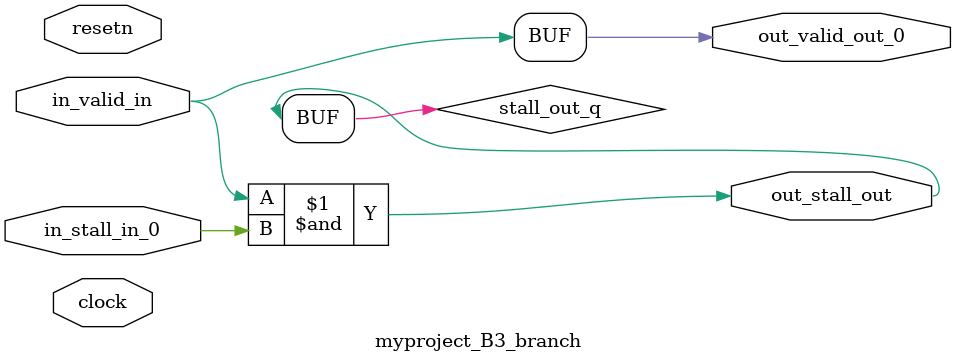
<source format=sv>



(* altera_attribute = "-name AUTO_SHIFT_REGISTER_RECOGNITION OFF; -name MESSAGE_DISABLE 10036; -name MESSAGE_DISABLE 10037; -name MESSAGE_DISABLE 14130; -name MESSAGE_DISABLE 14320; -name MESSAGE_DISABLE 15400; -name MESSAGE_DISABLE 14130; -name MESSAGE_DISABLE 10036; -name MESSAGE_DISABLE 12020; -name MESSAGE_DISABLE 12030; -name MESSAGE_DISABLE 12010; -name MESSAGE_DISABLE 12110; -name MESSAGE_DISABLE 14320; -name MESSAGE_DISABLE 13410; -name MESSAGE_DISABLE 113007; -name MESSAGE_DISABLE 10958" *)
module myproject_B3_branch (
    input wire [0:0] in_stall_in_0,
    input wire [0:0] in_valid_in,
    output wire [0:0] out_stall_out,
    output wire [0:0] out_valid_out_0,
    input wire clock,
    input wire resetn
    );

    wire [0:0] stall_out_q;


    // stall_out(LOGICAL,6)
    assign stall_out_q = in_valid_in & in_stall_in_0;

    // out_stall_out(GPOUT,4)
    assign out_stall_out = stall_out_q;

    // out_valid_out_0(GPOUT,5)
    assign out_valid_out_0 = in_valid_in;

endmodule

</source>
